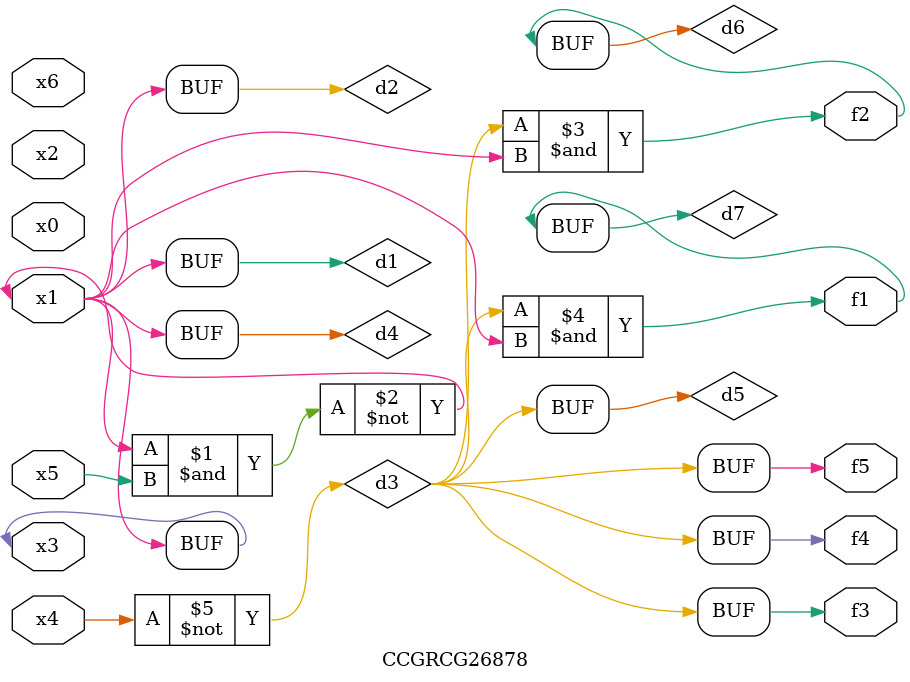
<source format=v>
module CCGRCG26878(
	input x0, x1, x2, x3, x4, x5, x6,
	output f1, f2, f3, f4, f5
);

	wire d1, d2, d3, d4, d5, d6, d7;

	buf (d1, x1, x3);
	nand (d2, x1, x5);
	not (d3, x4);
	buf (d4, d1, d2);
	buf (d5, d3);
	and (d6, d3, d4);
	and (d7, d3, d4);
	assign f1 = d7;
	assign f2 = d6;
	assign f3 = d5;
	assign f4 = d5;
	assign f5 = d5;
endmodule

</source>
